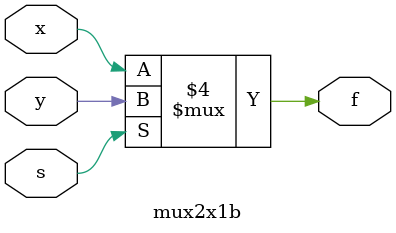
<source format=v>
`timescale 1ns / 1ps


module mux2x1b(
    input wire x,
    input wire y,
    input wire s,
    output reg f
    );
    always @(*) begin
        if (s == 1'b0)
            f=x;
        else
            f=y;
     end
endmodule

</source>
